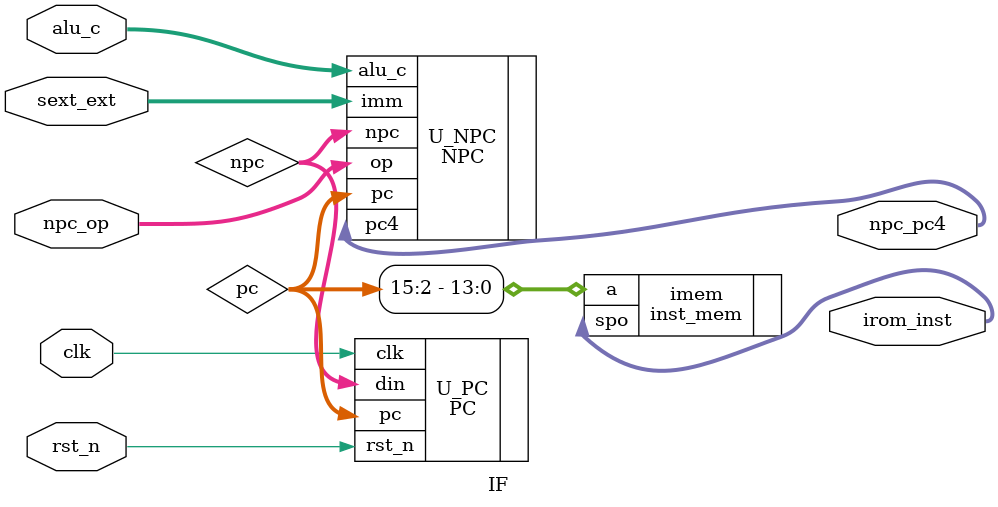
<source format=v>
module IF (
    input  wire        clk      ,
    input  wire        rst_n    ,

    input  wire [1:0]  npc_op   ,

    input  wire [31:0] sext_ext ,
    input  wire [31:0] alu_c    ,

    output wire [31:0] irom_inst,
    output wire [31:0] npc_pc4
);

wire [31:0] pc;
wire [31:0] npc;

PC U_PC (
    // input
    .clk   (clk     ),
    .rst_n (rst_n   ),
    .din   (npc     ),
    // output
    .pc    (pc      )
);

NPC U_NPC (
    // input
    .op    (npc_op  ),
    .pc    (pc      ),
    .imm   (sext_ext),
    .alu_c (alu_c   ),
    // output
    .npc   (npc     ),
    .pc4   (npc_pc4 )
);

inst_mem imem (
    // input
    .a    (pc[15:2] ), // input wire [13:0] a
    // output
    .spo  (irom_inst)  // output wire [31:0] spo
);

/*
 * miniRV-1 的每条指令都是 4 个字节，因此 PC 的值是 4 的整数倍，即 PC[1:0] 恒等于 2'b00
 * 相应地，IROM 的数据宽度是 32 位，则每个数据单元正好存放一条指令
 * 因此使用 PC[15:2] 作为地址来访问 IROM
 * 64KB IROM 32bit × 65536
 */

endmodule

</source>
